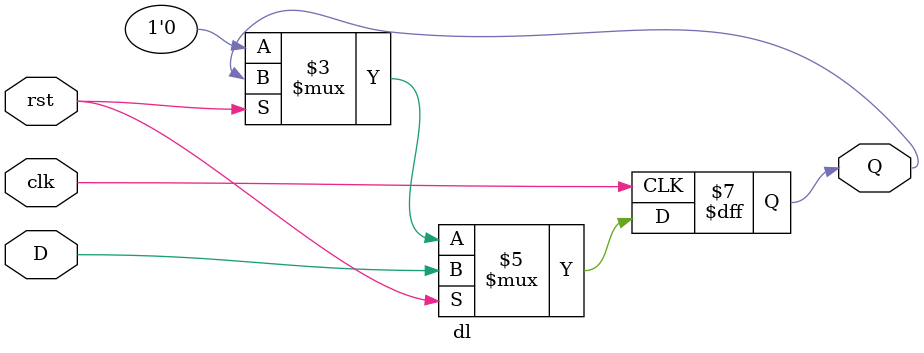
<source format=v>
module everything(input clk,
                  input start,
                  input rstn,
                  input [7:0] a,
                  input [7:0] b,
                  output wire[8:0] resultout);
fsm u1(clk,rstn,start,rst,enable,load);
shifterinput u2(clk,enable,load,a,a0);
shifterinput u3(clk,enable,load,b,b0);
dl u4(clk,rst,carry,cin);
fulladder u5(a0,b0,cin,sum,carry);
shifteroutput u6(clk,enable,sum,rst,resultout);

endmodule


module shifterinput(input clk,
               input enable,
               input load,
               input [7:0] a,
               output reg shifted
               );
 reg [7:0] loaded;
always @(posedge clk) begin
    if(load)
    loaded <=a;

    if(enable)
    begin
    shifted <= loaded[0];
    loaded = loaded >>1;
    end
    else
    begin
    shifted <=0;
    loaded <=0;
    end
end        
endmodule

/////////////////////////////////////////////////
/////////////////////////////////////////////////
/////////////////////////////////////////////////
module shifteroutput(input clk,
                     input enable,
                     input a,
                     input rst,
                     output reg[8:0] sum);
                     
always @(posedge clk)begin
if(!rst)
sum<=0;
if(rst)
begin
if(enable)
begin
sum = sum >>1;
sum[8]=a;
end
end
end


endmodule


////////////////////////////////////////////////
////////////////////////////////////////////////
////////////////////////////////////////////////


module fsm(input clk,
           input rstn,
           input start,
           output reg rst,
           output reg enable,
           output reg load);  
reg controller =1;
reg [5:0] counter = 0;
always @(posedge clk)begin
if(rstn)
rst<=0;
if(!rstn)
rst <=1;

if(!start)
begin
controller = 1;
enable <=0;
load <=0;
counter <= 0;
end



if (start && controller && (counter==0))
begin
enable <=1;
load <=1;
counter <= counter +1;
end

else if (start && controller && (0<counter<=10))
begin
enable <=1;
load <=0;
counter <= counter +1;
end

if (start && controller && (counter>10))
begin
enable <=0;
load <=0;
counter <=0;
controller =~controller;
end



end
endmodule


//////////////////////////////////////////////////
/////////////////////////////////////////////////

module fulladder(
                input a,b,cin,
                output sum, carry
);
xor (out1,a,b);
xor (out2,out1,cin);
assign sum = out2;
and(out3,out1,cin);
and(out4,a,b);
or (out5,out3,out4);
assign carry = out5;

endmodule


//////////////////////////////////////////////////
//////////////////////////////////////////////////

module dl(input clk,
          input rst,
          input D,
          output reg Q
           );

always @(posedge clk) begin
if(!rst)
Q<=0;
if(rst)
Q<=D;
end
endmodule

</source>
